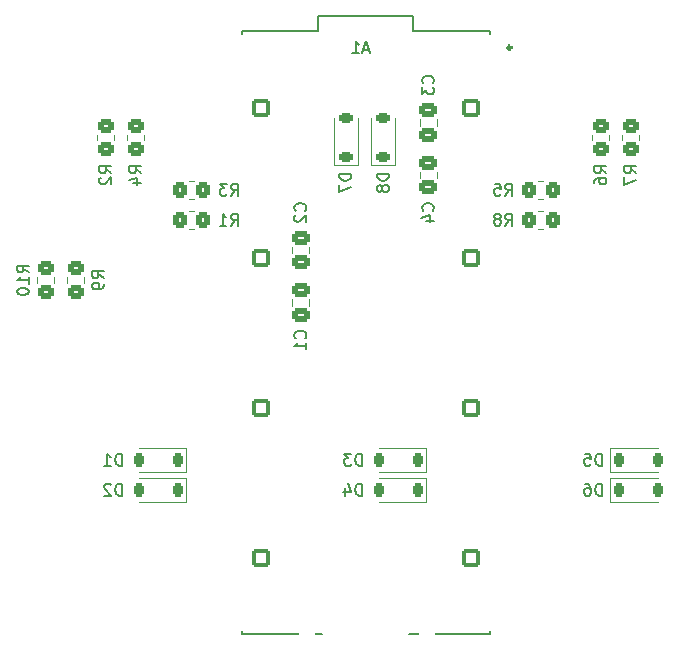
<source format=gbo>
G04 #@! TF.GenerationSoftware,KiCad,Pcbnew,7.0.2*
G04 #@! TF.CreationDate,2023-05-04T11:04:43+02:00*
G04 #@! TF.ProjectId,Macropad,4d616372-6f70-4616-942e-6b696361645f,rev?*
G04 #@! TF.SameCoordinates,Original*
G04 #@! TF.FileFunction,Legend,Bot*
G04 #@! TF.FilePolarity,Positive*
%FSLAX46Y46*%
G04 Gerber Fmt 4.6, Leading zero omitted, Abs format (unit mm)*
G04 Created by KiCad (PCBNEW 7.0.2) date 2023-05-04 11:04:43*
%MOMM*%
%LPD*%
G01*
G04 APERTURE LIST*
G04 Aperture macros list*
%AMRoundRect*
0 Rectangle with rounded corners*
0 $1 Rounding radius*
0 $2 $3 $4 $5 $6 $7 $8 $9 X,Y pos of 4 corners*
0 Add a 4 corners polygon primitive as box body*
4,1,4,$2,$3,$4,$5,$6,$7,$8,$9,$2,$3,0*
0 Add four circle primitives for the rounded corners*
1,1,$1+$1,$2,$3*
1,1,$1+$1,$4,$5*
1,1,$1+$1,$6,$7*
1,1,$1+$1,$8,$9*
0 Add four rect primitives between the rounded corners*
20,1,$1+$1,$2,$3,$4,$5,0*
20,1,$1+$1,$4,$5,$6,$7,0*
20,1,$1+$1,$6,$7,$8,$9,0*
20,1,$1+$1,$8,$9,$2,$3,0*%
G04 Aperture macros list end*
%ADD10C,0.150000*%
%ADD11C,0.120000*%
%ADD12C,0.127000*%
%ADD13C,0.300000*%
%ADD14C,1.800000*%
%ADD15C,4.875000*%
%ADD16RoundRect,0.225000X0.375000X-0.225000X0.375000X0.225000X-0.375000X0.225000X-0.375000X-0.225000X0*%
%ADD17RoundRect,0.225000X-0.225000X-0.375000X0.225000X-0.375000X0.225000X0.375000X-0.225000X0.375000X0*%
%ADD18RoundRect,0.225000X0.225000X0.375000X-0.225000X0.375000X-0.225000X-0.375000X0.225000X-0.375000X0*%
%ADD19C,1.700000*%
%ADD20C,4.000000*%
%ADD21C,2.200000*%
%ADD22C,0.700000*%
%ADD23C,4.400000*%
%ADD24RoundRect,0.250000X0.450000X-0.350000X0.450000X0.350000X-0.450000X0.350000X-0.450000X-0.350000X0*%
%ADD25RoundRect,0.250000X-0.350000X-0.450000X0.350000X-0.450000X0.350000X0.450000X-0.350000X0.450000X0*%
%ADD26RoundRect,0.250000X0.475000X-0.337500X0.475000X0.337500X-0.475000X0.337500X-0.475000X-0.337500X0*%
%ADD27RoundRect,0.250000X-0.450000X0.350000X-0.450000X-0.350000X0.450000X-0.350000X0.450000X0.350000X0*%
%ADD28RoundRect,0.250000X0.350000X0.450000X-0.350000X0.450000X-0.350000X-0.450000X0.350000X-0.450000X0*%
%ADD29C,1.600000*%
%ADD30RoundRect,0.200000X0.600000X0.600000X-0.600000X0.600000X-0.600000X-0.600000X0.600000X-0.600000X0*%
%ADD31RoundRect,0.250000X-0.475000X0.337500X-0.475000X-0.337500X0.475000X-0.337500X0.475000X0.337500X0*%
G04 APERTURE END LIST*
D10*
X72852619Y-44981905D02*
X71852619Y-44981905D01*
X71852619Y-44981905D02*
X71852619Y-45220000D01*
X71852619Y-45220000D02*
X71900238Y-45362857D01*
X71900238Y-45362857D02*
X71995476Y-45458095D01*
X71995476Y-45458095D02*
X72090714Y-45505714D01*
X72090714Y-45505714D02*
X72281190Y-45553333D01*
X72281190Y-45553333D02*
X72424047Y-45553333D01*
X72424047Y-45553333D02*
X72614523Y-45505714D01*
X72614523Y-45505714D02*
X72709761Y-45458095D01*
X72709761Y-45458095D02*
X72805000Y-45362857D01*
X72805000Y-45362857D02*
X72852619Y-45220000D01*
X72852619Y-45220000D02*
X72852619Y-44981905D01*
X72281190Y-46124762D02*
X72233571Y-46029524D01*
X72233571Y-46029524D02*
X72185952Y-45981905D01*
X72185952Y-45981905D02*
X72090714Y-45934286D01*
X72090714Y-45934286D02*
X72043095Y-45934286D01*
X72043095Y-45934286D02*
X71947857Y-45981905D01*
X71947857Y-45981905D02*
X71900238Y-46029524D01*
X71900238Y-46029524D02*
X71852619Y-46124762D01*
X71852619Y-46124762D02*
X71852619Y-46315238D01*
X71852619Y-46315238D02*
X71900238Y-46410476D01*
X71900238Y-46410476D02*
X71947857Y-46458095D01*
X71947857Y-46458095D02*
X72043095Y-46505714D01*
X72043095Y-46505714D02*
X72090714Y-46505714D01*
X72090714Y-46505714D02*
X72185952Y-46458095D01*
X72185952Y-46458095D02*
X72233571Y-46410476D01*
X72233571Y-46410476D02*
X72281190Y-46315238D01*
X72281190Y-46315238D02*
X72281190Y-46124762D01*
X72281190Y-46124762D02*
X72328809Y-46029524D01*
X72328809Y-46029524D02*
X72376428Y-45981905D01*
X72376428Y-45981905D02*
X72471666Y-45934286D01*
X72471666Y-45934286D02*
X72662142Y-45934286D01*
X72662142Y-45934286D02*
X72757380Y-45981905D01*
X72757380Y-45981905D02*
X72805000Y-46029524D01*
X72805000Y-46029524D02*
X72852619Y-46124762D01*
X72852619Y-46124762D02*
X72852619Y-46315238D01*
X72852619Y-46315238D02*
X72805000Y-46410476D01*
X72805000Y-46410476D02*
X72757380Y-46458095D01*
X72757380Y-46458095D02*
X72662142Y-46505714D01*
X72662142Y-46505714D02*
X72471666Y-46505714D01*
X72471666Y-46505714D02*
X72376428Y-46458095D01*
X72376428Y-46458095D02*
X72328809Y-46410476D01*
X72328809Y-46410476D02*
X72281190Y-46315238D01*
X69677619Y-44981905D02*
X68677619Y-44981905D01*
X68677619Y-44981905D02*
X68677619Y-45220000D01*
X68677619Y-45220000D02*
X68725238Y-45362857D01*
X68725238Y-45362857D02*
X68820476Y-45458095D01*
X68820476Y-45458095D02*
X68915714Y-45505714D01*
X68915714Y-45505714D02*
X69106190Y-45553333D01*
X69106190Y-45553333D02*
X69249047Y-45553333D01*
X69249047Y-45553333D02*
X69439523Y-45505714D01*
X69439523Y-45505714D02*
X69534761Y-45458095D01*
X69534761Y-45458095D02*
X69630000Y-45362857D01*
X69630000Y-45362857D02*
X69677619Y-45220000D01*
X69677619Y-45220000D02*
X69677619Y-44981905D01*
X68677619Y-45886667D02*
X68677619Y-46553333D01*
X68677619Y-46553333D02*
X69677619Y-46124762D01*
X90908094Y-69677619D02*
X90908094Y-68677619D01*
X90908094Y-68677619D02*
X90669999Y-68677619D01*
X90669999Y-68677619D02*
X90527142Y-68725238D01*
X90527142Y-68725238D02*
X90431904Y-68820476D01*
X90431904Y-68820476D02*
X90384285Y-68915714D01*
X90384285Y-68915714D02*
X90336666Y-69106190D01*
X90336666Y-69106190D02*
X90336666Y-69249047D01*
X90336666Y-69249047D02*
X90384285Y-69439523D01*
X90384285Y-69439523D02*
X90431904Y-69534761D01*
X90431904Y-69534761D02*
X90527142Y-69630000D01*
X90527142Y-69630000D02*
X90669999Y-69677619D01*
X90669999Y-69677619D02*
X90908094Y-69677619D01*
X89431904Y-68677619D02*
X89908094Y-68677619D01*
X89908094Y-68677619D02*
X89955713Y-69153809D01*
X89955713Y-69153809D02*
X89908094Y-69106190D01*
X89908094Y-69106190D02*
X89812856Y-69058571D01*
X89812856Y-69058571D02*
X89574761Y-69058571D01*
X89574761Y-69058571D02*
X89479523Y-69106190D01*
X89479523Y-69106190D02*
X89431904Y-69153809D01*
X89431904Y-69153809D02*
X89384285Y-69249047D01*
X89384285Y-69249047D02*
X89384285Y-69487142D01*
X89384285Y-69487142D02*
X89431904Y-69582380D01*
X89431904Y-69582380D02*
X89479523Y-69630000D01*
X89479523Y-69630000D02*
X89574761Y-69677619D01*
X89574761Y-69677619D02*
X89812856Y-69677619D01*
X89812856Y-69677619D02*
X89908094Y-69630000D01*
X89908094Y-69630000D02*
X89955713Y-69582380D01*
X90908094Y-72217619D02*
X90908094Y-71217619D01*
X90908094Y-71217619D02*
X90669999Y-71217619D01*
X90669999Y-71217619D02*
X90527142Y-71265238D01*
X90527142Y-71265238D02*
X90431904Y-71360476D01*
X90431904Y-71360476D02*
X90384285Y-71455714D01*
X90384285Y-71455714D02*
X90336666Y-71646190D01*
X90336666Y-71646190D02*
X90336666Y-71789047D01*
X90336666Y-71789047D02*
X90384285Y-71979523D01*
X90384285Y-71979523D02*
X90431904Y-72074761D01*
X90431904Y-72074761D02*
X90527142Y-72170000D01*
X90527142Y-72170000D02*
X90669999Y-72217619D01*
X90669999Y-72217619D02*
X90908094Y-72217619D01*
X89479523Y-71217619D02*
X89669999Y-71217619D01*
X89669999Y-71217619D02*
X89765237Y-71265238D01*
X89765237Y-71265238D02*
X89812856Y-71312857D01*
X89812856Y-71312857D02*
X89908094Y-71455714D01*
X89908094Y-71455714D02*
X89955713Y-71646190D01*
X89955713Y-71646190D02*
X89955713Y-72027142D01*
X89955713Y-72027142D02*
X89908094Y-72122380D01*
X89908094Y-72122380D02*
X89860475Y-72170000D01*
X89860475Y-72170000D02*
X89765237Y-72217619D01*
X89765237Y-72217619D02*
X89574761Y-72217619D01*
X89574761Y-72217619D02*
X89479523Y-72170000D01*
X89479523Y-72170000D02*
X89431904Y-72122380D01*
X89431904Y-72122380D02*
X89384285Y-72027142D01*
X89384285Y-72027142D02*
X89384285Y-71789047D01*
X89384285Y-71789047D02*
X89431904Y-71693809D01*
X89431904Y-71693809D02*
X89479523Y-71646190D01*
X89479523Y-71646190D02*
X89574761Y-71598571D01*
X89574761Y-71598571D02*
X89765237Y-71598571D01*
X89765237Y-71598571D02*
X89860475Y-71646190D01*
X89860475Y-71646190D02*
X89908094Y-71693809D01*
X89908094Y-71693809D02*
X89955713Y-71789047D01*
X70588094Y-72217619D02*
X70588094Y-71217619D01*
X70588094Y-71217619D02*
X70349999Y-71217619D01*
X70349999Y-71217619D02*
X70207142Y-71265238D01*
X70207142Y-71265238D02*
X70111904Y-71360476D01*
X70111904Y-71360476D02*
X70064285Y-71455714D01*
X70064285Y-71455714D02*
X70016666Y-71646190D01*
X70016666Y-71646190D02*
X70016666Y-71789047D01*
X70016666Y-71789047D02*
X70064285Y-71979523D01*
X70064285Y-71979523D02*
X70111904Y-72074761D01*
X70111904Y-72074761D02*
X70207142Y-72170000D01*
X70207142Y-72170000D02*
X70349999Y-72217619D01*
X70349999Y-72217619D02*
X70588094Y-72217619D01*
X69159523Y-71550952D02*
X69159523Y-72217619D01*
X69397618Y-71170000D02*
X69635713Y-71884285D01*
X69635713Y-71884285D02*
X69016666Y-71884285D01*
X70588094Y-69677619D02*
X70588094Y-68677619D01*
X70588094Y-68677619D02*
X70349999Y-68677619D01*
X70349999Y-68677619D02*
X70207142Y-68725238D01*
X70207142Y-68725238D02*
X70111904Y-68820476D01*
X70111904Y-68820476D02*
X70064285Y-68915714D01*
X70064285Y-68915714D02*
X70016666Y-69106190D01*
X70016666Y-69106190D02*
X70016666Y-69249047D01*
X70016666Y-69249047D02*
X70064285Y-69439523D01*
X70064285Y-69439523D02*
X70111904Y-69534761D01*
X70111904Y-69534761D02*
X70207142Y-69630000D01*
X70207142Y-69630000D02*
X70349999Y-69677619D01*
X70349999Y-69677619D02*
X70588094Y-69677619D01*
X69683332Y-68677619D02*
X69064285Y-68677619D01*
X69064285Y-68677619D02*
X69397618Y-69058571D01*
X69397618Y-69058571D02*
X69254761Y-69058571D01*
X69254761Y-69058571D02*
X69159523Y-69106190D01*
X69159523Y-69106190D02*
X69111904Y-69153809D01*
X69111904Y-69153809D02*
X69064285Y-69249047D01*
X69064285Y-69249047D02*
X69064285Y-69487142D01*
X69064285Y-69487142D02*
X69111904Y-69582380D01*
X69111904Y-69582380D02*
X69159523Y-69630000D01*
X69159523Y-69630000D02*
X69254761Y-69677619D01*
X69254761Y-69677619D02*
X69540475Y-69677619D01*
X69540475Y-69677619D02*
X69635713Y-69630000D01*
X69635713Y-69630000D02*
X69683332Y-69582380D01*
X50268094Y-72217619D02*
X50268094Y-71217619D01*
X50268094Y-71217619D02*
X50029999Y-71217619D01*
X50029999Y-71217619D02*
X49887142Y-71265238D01*
X49887142Y-71265238D02*
X49791904Y-71360476D01*
X49791904Y-71360476D02*
X49744285Y-71455714D01*
X49744285Y-71455714D02*
X49696666Y-71646190D01*
X49696666Y-71646190D02*
X49696666Y-71789047D01*
X49696666Y-71789047D02*
X49744285Y-71979523D01*
X49744285Y-71979523D02*
X49791904Y-72074761D01*
X49791904Y-72074761D02*
X49887142Y-72170000D01*
X49887142Y-72170000D02*
X50029999Y-72217619D01*
X50029999Y-72217619D02*
X50268094Y-72217619D01*
X49315713Y-71312857D02*
X49268094Y-71265238D01*
X49268094Y-71265238D02*
X49172856Y-71217619D01*
X49172856Y-71217619D02*
X48934761Y-71217619D01*
X48934761Y-71217619D02*
X48839523Y-71265238D01*
X48839523Y-71265238D02*
X48791904Y-71312857D01*
X48791904Y-71312857D02*
X48744285Y-71408095D01*
X48744285Y-71408095D02*
X48744285Y-71503333D01*
X48744285Y-71503333D02*
X48791904Y-71646190D01*
X48791904Y-71646190D02*
X49363332Y-72217619D01*
X49363332Y-72217619D02*
X48744285Y-72217619D01*
X50268094Y-69677619D02*
X50268094Y-68677619D01*
X50268094Y-68677619D02*
X50029999Y-68677619D01*
X50029999Y-68677619D02*
X49887142Y-68725238D01*
X49887142Y-68725238D02*
X49791904Y-68820476D01*
X49791904Y-68820476D02*
X49744285Y-68915714D01*
X49744285Y-68915714D02*
X49696666Y-69106190D01*
X49696666Y-69106190D02*
X49696666Y-69249047D01*
X49696666Y-69249047D02*
X49744285Y-69439523D01*
X49744285Y-69439523D02*
X49791904Y-69534761D01*
X49791904Y-69534761D02*
X49887142Y-69630000D01*
X49887142Y-69630000D02*
X50029999Y-69677619D01*
X50029999Y-69677619D02*
X50268094Y-69677619D01*
X48744285Y-69677619D02*
X49315713Y-69677619D01*
X49029999Y-69677619D02*
X49029999Y-68677619D01*
X49029999Y-68677619D02*
X49125237Y-68820476D01*
X49125237Y-68820476D02*
X49220475Y-68915714D01*
X49220475Y-68915714D02*
X49315713Y-68963333D01*
X48722619Y-53808333D02*
X48246428Y-53475000D01*
X48722619Y-53236905D02*
X47722619Y-53236905D01*
X47722619Y-53236905D02*
X47722619Y-53617857D01*
X47722619Y-53617857D02*
X47770238Y-53713095D01*
X47770238Y-53713095D02*
X47817857Y-53760714D01*
X47817857Y-53760714D02*
X47913095Y-53808333D01*
X47913095Y-53808333D02*
X48055952Y-53808333D01*
X48055952Y-53808333D02*
X48151190Y-53760714D01*
X48151190Y-53760714D02*
X48198809Y-53713095D01*
X48198809Y-53713095D02*
X48246428Y-53617857D01*
X48246428Y-53617857D02*
X48246428Y-53236905D01*
X48722619Y-54284524D02*
X48722619Y-54475000D01*
X48722619Y-54475000D02*
X48675000Y-54570238D01*
X48675000Y-54570238D02*
X48627380Y-54617857D01*
X48627380Y-54617857D02*
X48484523Y-54713095D01*
X48484523Y-54713095D02*
X48294047Y-54760714D01*
X48294047Y-54760714D02*
X47913095Y-54760714D01*
X47913095Y-54760714D02*
X47817857Y-54713095D01*
X47817857Y-54713095D02*
X47770238Y-54665476D01*
X47770238Y-54665476D02*
X47722619Y-54570238D01*
X47722619Y-54570238D02*
X47722619Y-54379762D01*
X47722619Y-54379762D02*
X47770238Y-54284524D01*
X47770238Y-54284524D02*
X47817857Y-54236905D01*
X47817857Y-54236905D02*
X47913095Y-54189286D01*
X47913095Y-54189286D02*
X48151190Y-54189286D01*
X48151190Y-54189286D02*
X48246428Y-54236905D01*
X48246428Y-54236905D02*
X48294047Y-54284524D01*
X48294047Y-54284524D02*
X48341666Y-54379762D01*
X48341666Y-54379762D02*
X48341666Y-54570238D01*
X48341666Y-54570238D02*
X48294047Y-54665476D01*
X48294047Y-54665476D02*
X48246428Y-54713095D01*
X48246428Y-54713095D02*
X48151190Y-54760714D01*
X59491666Y-46817619D02*
X59824999Y-46341428D01*
X60063094Y-46817619D02*
X60063094Y-45817619D01*
X60063094Y-45817619D02*
X59682142Y-45817619D01*
X59682142Y-45817619D02*
X59586904Y-45865238D01*
X59586904Y-45865238D02*
X59539285Y-45912857D01*
X59539285Y-45912857D02*
X59491666Y-46008095D01*
X59491666Y-46008095D02*
X59491666Y-46150952D01*
X59491666Y-46150952D02*
X59539285Y-46246190D01*
X59539285Y-46246190D02*
X59586904Y-46293809D01*
X59586904Y-46293809D02*
X59682142Y-46341428D01*
X59682142Y-46341428D02*
X60063094Y-46341428D01*
X59158332Y-45817619D02*
X58539285Y-45817619D01*
X58539285Y-45817619D02*
X58872618Y-46198571D01*
X58872618Y-46198571D02*
X58729761Y-46198571D01*
X58729761Y-46198571D02*
X58634523Y-46246190D01*
X58634523Y-46246190D02*
X58586904Y-46293809D01*
X58586904Y-46293809D02*
X58539285Y-46389047D01*
X58539285Y-46389047D02*
X58539285Y-46627142D01*
X58539285Y-46627142D02*
X58586904Y-46722380D01*
X58586904Y-46722380D02*
X58634523Y-46770000D01*
X58634523Y-46770000D02*
X58729761Y-46817619D01*
X58729761Y-46817619D02*
X59015475Y-46817619D01*
X59015475Y-46817619D02*
X59110713Y-46770000D01*
X59110713Y-46770000D02*
X59158332Y-46722380D01*
X76567380Y-48093333D02*
X76615000Y-48045714D01*
X76615000Y-48045714D02*
X76662619Y-47902857D01*
X76662619Y-47902857D02*
X76662619Y-47807619D01*
X76662619Y-47807619D02*
X76615000Y-47664762D01*
X76615000Y-47664762D02*
X76519761Y-47569524D01*
X76519761Y-47569524D02*
X76424523Y-47521905D01*
X76424523Y-47521905D02*
X76234047Y-47474286D01*
X76234047Y-47474286D02*
X76091190Y-47474286D01*
X76091190Y-47474286D02*
X75900714Y-47521905D01*
X75900714Y-47521905D02*
X75805476Y-47569524D01*
X75805476Y-47569524D02*
X75710238Y-47664762D01*
X75710238Y-47664762D02*
X75662619Y-47807619D01*
X75662619Y-47807619D02*
X75662619Y-47902857D01*
X75662619Y-47902857D02*
X75710238Y-48045714D01*
X75710238Y-48045714D02*
X75757857Y-48093333D01*
X75995952Y-48950476D02*
X76662619Y-48950476D01*
X75615000Y-48712381D02*
X76329285Y-48474286D01*
X76329285Y-48474286D02*
X76329285Y-49093333D01*
X93807619Y-44918333D02*
X93331428Y-44585000D01*
X93807619Y-44346905D02*
X92807619Y-44346905D01*
X92807619Y-44346905D02*
X92807619Y-44727857D01*
X92807619Y-44727857D02*
X92855238Y-44823095D01*
X92855238Y-44823095D02*
X92902857Y-44870714D01*
X92902857Y-44870714D02*
X92998095Y-44918333D01*
X92998095Y-44918333D02*
X93140952Y-44918333D01*
X93140952Y-44918333D02*
X93236190Y-44870714D01*
X93236190Y-44870714D02*
X93283809Y-44823095D01*
X93283809Y-44823095D02*
X93331428Y-44727857D01*
X93331428Y-44727857D02*
X93331428Y-44346905D01*
X92807619Y-45251667D02*
X92807619Y-45918333D01*
X92807619Y-45918333D02*
X93807619Y-45489762D01*
X82716666Y-49357619D02*
X83049999Y-48881428D01*
X83288094Y-49357619D02*
X83288094Y-48357619D01*
X83288094Y-48357619D02*
X82907142Y-48357619D01*
X82907142Y-48357619D02*
X82811904Y-48405238D01*
X82811904Y-48405238D02*
X82764285Y-48452857D01*
X82764285Y-48452857D02*
X82716666Y-48548095D01*
X82716666Y-48548095D02*
X82716666Y-48690952D01*
X82716666Y-48690952D02*
X82764285Y-48786190D01*
X82764285Y-48786190D02*
X82811904Y-48833809D01*
X82811904Y-48833809D02*
X82907142Y-48881428D01*
X82907142Y-48881428D02*
X83288094Y-48881428D01*
X82145237Y-48786190D02*
X82240475Y-48738571D01*
X82240475Y-48738571D02*
X82288094Y-48690952D01*
X82288094Y-48690952D02*
X82335713Y-48595714D01*
X82335713Y-48595714D02*
X82335713Y-48548095D01*
X82335713Y-48548095D02*
X82288094Y-48452857D01*
X82288094Y-48452857D02*
X82240475Y-48405238D01*
X82240475Y-48405238D02*
X82145237Y-48357619D01*
X82145237Y-48357619D02*
X81954761Y-48357619D01*
X81954761Y-48357619D02*
X81859523Y-48405238D01*
X81859523Y-48405238D02*
X81811904Y-48452857D01*
X81811904Y-48452857D02*
X81764285Y-48548095D01*
X81764285Y-48548095D02*
X81764285Y-48595714D01*
X81764285Y-48595714D02*
X81811904Y-48690952D01*
X81811904Y-48690952D02*
X81859523Y-48738571D01*
X81859523Y-48738571D02*
X81954761Y-48786190D01*
X81954761Y-48786190D02*
X82145237Y-48786190D01*
X82145237Y-48786190D02*
X82240475Y-48833809D01*
X82240475Y-48833809D02*
X82288094Y-48881428D01*
X82288094Y-48881428D02*
X82335713Y-48976666D01*
X82335713Y-48976666D02*
X82335713Y-49167142D01*
X82335713Y-49167142D02*
X82288094Y-49262380D01*
X82288094Y-49262380D02*
X82240475Y-49310000D01*
X82240475Y-49310000D02*
X82145237Y-49357619D01*
X82145237Y-49357619D02*
X81954761Y-49357619D01*
X81954761Y-49357619D02*
X81859523Y-49310000D01*
X81859523Y-49310000D02*
X81811904Y-49262380D01*
X81811904Y-49262380D02*
X81764285Y-49167142D01*
X81764285Y-49167142D02*
X81764285Y-48976666D01*
X81764285Y-48976666D02*
X81811904Y-48881428D01*
X81811904Y-48881428D02*
X81859523Y-48833809D01*
X81859523Y-48833809D02*
X81954761Y-48786190D01*
X59491666Y-49357619D02*
X59824999Y-48881428D01*
X60063094Y-49357619D02*
X60063094Y-48357619D01*
X60063094Y-48357619D02*
X59682142Y-48357619D01*
X59682142Y-48357619D02*
X59586904Y-48405238D01*
X59586904Y-48405238D02*
X59539285Y-48452857D01*
X59539285Y-48452857D02*
X59491666Y-48548095D01*
X59491666Y-48548095D02*
X59491666Y-48690952D01*
X59491666Y-48690952D02*
X59539285Y-48786190D01*
X59539285Y-48786190D02*
X59586904Y-48833809D01*
X59586904Y-48833809D02*
X59682142Y-48881428D01*
X59682142Y-48881428D02*
X60063094Y-48881428D01*
X58539285Y-49357619D02*
X59110713Y-49357619D01*
X58824999Y-49357619D02*
X58824999Y-48357619D01*
X58824999Y-48357619D02*
X58920237Y-48500476D01*
X58920237Y-48500476D02*
X59015475Y-48595714D01*
X59015475Y-48595714D02*
X59110713Y-48643333D01*
X71199285Y-34466904D02*
X70723095Y-34466904D01*
X71294523Y-34752619D02*
X70961190Y-33752619D01*
X70961190Y-33752619D02*
X70627857Y-34752619D01*
X69770714Y-34752619D02*
X70342142Y-34752619D01*
X70056428Y-34752619D02*
X70056428Y-33752619D01*
X70056428Y-33752619D02*
X70151666Y-33895476D01*
X70151666Y-33895476D02*
X70246904Y-33990714D01*
X70246904Y-33990714D02*
X70342142Y-34038333D01*
X82716666Y-46817619D02*
X83049999Y-46341428D01*
X83288094Y-46817619D02*
X83288094Y-45817619D01*
X83288094Y-45817619D02*
X82907142Y-45817619D01*
X82907142Y-45817619D02*
X82811904Y-45865238D01*
X82811904Y-45865238D02*
X82764285Y-45912857D01*
X82764285Y-45912857D02*
X82716666Y-46008095D01*
X82716666Y-46008095D02*
X82716666Y-46150952D01*
X82716666Y-46150952D02*
X82764285Y-46246190D01*
X82764285Y-46246190D02*
X82811904Y-46293809D01*
X82811904Y-46293809D02*
X82907142Y-46341428D01*
X82907142Y-46341428D02*
X83288094Y-46341428D01*
X81811904Y-45817619D02*
X82288094Y-45817619D01*
X82288094Y-45817619D02*
X82335713Y-46293809D01*
X82335713Y-46293809D02*
X82288094Y-46246190D01*
X82288094Y-46246190D02*
X82192856Y-46198571D01*
X82192856Y-46198571D02*
X81954761Y-46198571D01*
X81954761Y-46198571D02*
X81859523Y-46246190D01*
X81859523Y-46246190D02*
X81811904Y-46293809D01*
X81811904Y-46293809D02*
X81764285Y-46389047D01*
X81764285Y-46389047D02*
X81764285Y-46627142D01*
X81764285Y-46627142D02*
X81811904Y-46722380D01*
X81811904Y-46722380D02*
X81859523Y-46770000D01*
X81859523Y-46770000D02*
X81954761Y-46817619D01*
X81954761Y-46817619D02*
X82192856Y-46817619D01*
X82192856Y-46817619D02*
X82288094Y-46770000D01*
X82288094Y-46770000D02*
X82335713Y-46722380D01*
X51897619Y-44918333D02*
X51421428Y-44585000D01*
X51897619Y-44346905D02*
X50897619Y-44346905D01*
X50897619Y-44346905D02*
X50897619Y-44727857D01*
X50897619Y-44727857D02*
X50945238Y-44823095D01*
X50945238Y-44823095D02*
X50992857Y-44870714D01*
X50992857Y-44870714D02*
X51088095Y-44918333D01*
X51088095Y-44918333D02*
X51230952Y-44918333D01*
X51230952Y-44918333D02*
X51326190Y-44870714D01*
X51326190Y-44870714D02*
X51373809Y-44823095D01*
X51373809Y-44823095D02*
X51421428Y-44727857D01*
X51421428Y-44727857D02*
X51421428Y-44346905D01*
X51230952Y-45775476D02*
X51897619Y-45775476D01*
X50850000Y-45537381D02*
X51564285Y-45299286D01*
X51564285Y-45299286D02*
X51564285Y-45918333D01*
X76567380Y-37298333D02*
X76615000Y-37250714D01*
X76615000Y-37250714D02*
X76662619Y-37107857D01*
X76662619Y-37107857D02*
X76662619Y-37012619D01*
X76662619Y-37012619D02*
X76615000Y-36869762D01*
X76615000Y-36869762D02*
X76519761Y-36774524D01*
X76519761Y-36774524D02*
X76424523Y-36726905D01*
X76424523Y-36726905D02*
X76234047Y-36679286D01*
X76234047Y-36679286D02*
X76091190Y-36679286D01*
X76091190Y-36679286D02*
X75900714Y-36726905D01*
X75900714Y-36726905D02*
X75805476Y-36774524D01*
X75805476Y-36774524D02*
X75710238Y-36869762D01*
X75710238Y-36869762D02*
X75662619Y-37012619D01*
X75662619Y-37012619D02*
X75662619Y-37107857D01*
X75662619Y-37107857D02*
X75710238Y-37250714D01*
X75710238Y-37250714D02*
X75757857Y-37298333D01*
X75662619Y-37631667D02*
X75662619Y-38250714D01*
X75662619Y-38250714D02*
X76043571Y-37917381D01*
X76043571Y-37917381D02*
X76043571Y-38060238D01*
X76043571Y-38060238D02*
X76091190Y-38155476D01*
X76091190Y-38155476D02*
X76138809Y-38203095D01*
X76138809Y-38203095D02*
X76234047Y-38250714D01*
X76234047Y-38250714D02*
X76472142Y-38250714D01*
X76472142Y-38250714D02*
X76567380Y-38203095D01*
X76567380Y-38203095D02*
X76615000Y-38155476D01*
X76615000Y-38155476D02*
X76662619Y-38060238D01*
X76662619Y-38060238D02*
X76662619Y-37774524D01*
X76662619Y-37774524D02*
X76615000Y-37679286D01*
X76615000Y-37679286D02*
X76567380Y-37631667D01*
X49357619Y-44918333D02*
X48881428Y-44585000D01*
X49357619Y-44346905D02*
X48357619Y-44346905D01*
X48357619Y-44346905D02*
X48357619Y-44727857D01*
X48357619Y-44727857D02*
X48405238Y-44823095D01*
X48405238Y-44823095D02*
X48452857Y-44870714D01*
X48452857Y-44870714D02*
X48548095Y-44918333D01*
X48548095Y-44918333D02*
X48690952Y-44918333D01*
X48690952Y-44918333D02*
X48786190Y-44870714D01*
X48786190Y-44870714D02*
X48833809Y-44823095D01*
X48833809Y-44823095D02*
X48881428Y-44727857D01*
X48881428Y-44727857D02*
X48881428Y-44346905D01*
X48452857Y-45299286D02*
X48405238Y-45346905D01*
X48405238Y-45346905D02*
X48357619Y-45442143D01*
X48357619Y-45442143D02*
X48357619Y-45680238D01*
X48357619Y-45680238D02*
X48405238Y-45775476D01*
X48405238Y-45775476D02*
X48452857Y-45823095D01*
X48452857Y-45823095D02*
X48548095Y-45870714D01*
X48548095Y-45870714D02*
X48643333Y-45870714D01*
X48643333Y-45870714D02*
X48786190Y-45823095D01*
X48786190Y-45823095D02*
X49357619Y-45251667D01*
X49357619Y-45251667D02*
X49357619Y-45870714D01*
X65772380Y-48093333D02*
X65820000Y-48045714D01*
X65820000Y-48045714D02*
X65867619Y-47902857D01*
X65867619Y-47902857D02*
X65867619Y-47807619D01*
X65867619Y-47807619D02*
X65820000Y-47664762D01*
X65820000Y-47664762D02*
X65724761Y-47569524D01*
X65724761Y-47569524D02*
X65629523Y-47521905D01*
X65629523Y-47521905D02*
X65439047Y-47474286D01*
X65439047Y-47474286D02*
X65296190Y-47474286D01*
X65296190Y-47474286D02*
X65105714Y-47521905D01*
X65105714Y-47521905D02*
X65010476Y-47569524D01*
X65010476Y-47569524D02*
X64915238Y-47664762D01*
X64915238Y-47664762D02*
X64867619Y-47807619D01*
X64867619Y-47807619D02*
X64867619Y-47902857D01*
X64867619Y-47902857D02*
X64915238Y-48045714D01*
X64915238Y-48045714D02*
X64962857Y-48093333D01*
X64962857Y-48474286D02*
X64915238Y-48521905D01*
X64915238Y-48521905D02*
X64867619Y-48617143D01*
X64867619Y-48617143D02*
X64867619Y-48855238D01*
X64867619Y-48855238D02*
X64915238Y-48950476D01*
X64915238Y-48950476D02*
X64962857Y-48998095D01*
X64962857Y-48998095D02*
X65058095Y-49045714D01*
X65058095Y-49045714D02*
X65153333Y-49045714D01*
X65153333Y-49045714D02*
X65296190Y-48998095D01*
X65296190Y-48998095D02*
X65867619Y-48426667D01*
X65867619Y-48426667D02*
X65867619Y-49045714D01*
X42372619Y-53332142D02*
X41896428Y-52998809D01*
X42372619Y-52760714D02*
X41372619Y-52760714D01*
X41372619Y-52760714D02*
X41372619Y-53141666D01*
X41372619Y-53141666D02*
X41420238Y-53236904D01*
X41420238Y-53236904D02*
X41467857Y-53284523D01*
X41467857Y-53284523D02*
X41563095Y-53332142D01*
X41563095Y-53332142D02*
X41705952Y-53332142D01*
X41705952Y-53332142D02*
X41801190Y-53284523D01*
X41801190Y-53284523D02*
X41848809Y-53236904D01*
X41848809Y-53236904D02*
X41896428Y-53141666D01*
X41896428Y-53141666D02*
X41896428Y-52760714D01*
X42372619Y-54284523D02*
X42372619Y-53713095D01*
X42372619Y-53998809D02*
X41372619Y-53998809D01*
X41372619Y-53998809D02*
X41515476Y-53903571D01*
X41515476Y-53903571D02*
X41610714Y-53808333D01*
X41610714Y-53808333D02*
X41658333Y-53713095D01*
X41372619Y-54903571D02*
X41372619Y-54998809D01*
X41372619Y-54998809D02*
X41420238Y-55094047D01*
X41420238Y-55094047D02*
X41467857Y-55141666D01*
X41467857Y-55141666D02*
X41563095Y-55189285D01*
X41563095Y-55189285D02*
X41753571Y-55236904D01*
X41753571Y-55236904D02*
X41991666Y-55236904D01*
X41991666Y-55236904D02*
X42182142Y-55189285D01*
X42182142Y-55189285D02*
X42277380Y-55141666D01*
X42277380Y-55141666D02*
X42325000Y-55094047D01*
X42325000Y-55094047D02*
X42372619Y-54998809D01*
X42372619Y-54998809D02*
X42372619Y-54903571D01*
X42372619Y-54903571D02*
X42325000Y-54808333D01*
X42325000Y-54808333D02*
X42277380Y-54760714D01*
X42277380Y-54760714D02*
X42182142Y-54713095D01*
X42182142Y-54713095D02*
X41991666Y-54665476D01*
X41991666Y-54665476D02*
X41753571Y-54665476D01*
X41753571Y-54665476D02*
X41563095Y-54713095D01*
X41563095Y-54713095D02*
X41467857Y-54760714D01*
X41467857Y-54760714D02*
X41420238Y-54808333D01*
X41420238Y-54808333D02*
X41372619Y-54903571D01*
X65772380Y-58888333D02*
X65820000Y-58840714D01*
X65820000Y-58840714D02*
X65867619Y-58697857D01*
X65867619Y-58697857D02*
X65867619Y-58602619D01*
X65867619Y-58602619D02*
X65820000Y-58459762D01*
X65820000Y-58459762D02*
X65724761Y-58364524D01*
X65724761Y-58364524D02*
X65629523Y-58316905D01*
X65629523Y-58316905D02*
X65439047Y-58269286D01*
X65439047Y-58269286D02*
X65296190Y-58269286D01*
X65296190Y-58269286D02*
X65105714Y-58316905D01*
X65105714Y-58316905D02*
X65010476Y-58364524D01*
X65010476Y-58364524D02*
X64915238Y-58459762D01*
X64915238Y-58459762D02*
X64867619Y-58602619D01*
X64867619Y-58602619D02*
X64867619Y-58697857D01*
X64867619Y-58697857D02*
X64915238Y-58840714D01*
X64915238Y-58840714D02*
X64962857Y-58888333D01*
X65867619Y-59840714D02*
X65867619Y-59269286D01*
X65867619Y-59555000D02*
X64867619Y-59555000D01*
X64867619Y-59555000D02*
X65010476Y-59459762D01*
X65010476Y-59459762D02*
X65105714Y-59364524D01*
X65105714Y-59364524D02*
X65153333Y-59269286D01*
X91267619Y-44918333D02*
X90791428Y-44585000D01*
X91267619Y-44346905D02*
X90267619Y-44346905D01*
X90267619Y-44346905D02*
X90267619Y-44727857D01*
X90267619Y-44727857D02*
X90315238Y-44823095D01*
X90315238Y-44823095D02*
X90362857Y-44870714D01*
X90362857Y-44870714D02*
X90458095Y-44918333D01*
X90458095Y-44918333D02*
X90600952Y-44918333D01*
X90600952Y-44918333D02*
X90696190Y-44870714D01*
X90696190Y-44870714D02*
X90743809Y-44823095D01*
X90743809Y-44823095D02*
X90791428Y-44727857D01*
X90791428Y-44727857D02*
X90791428Y-44346905D01*
X90267619Y-45775476D02*
X90267619Y-45585000D01*
X90267619Y-45585000D02*
X90315238Y-45489762D01*
X90315238Y-45489762D02*
X90362857Y-45442143D01*
X90362857Y-45442143D02*
X90505714Y-45346905D01*
X90505714Y-45346905D02*
X90696190Y-45299286D01*
X90696190Y-45299286D02*
X91077142Y-45299286D01*
X91077142Y-45299286D02*
X91172380Y-45346905D01*
X91172380Y-45346905D02*
X91220000Y-45394524D01*
X91220000Y-45394524D02*
X91267619Y-45489762D01*
X91267619Y-45489762D02*
X91267619Y-45680238D01*
X91267619Y-45680238D02*
X91220000Y-45775476D01*
X91220000Y-45775476D02*
X91172380Y-45823095D01*
X91172380Y-45823095D02*
X91077142Y-45870714D01*
X91077142Y-45870714D02*
X90839047Y-45870714D01*
X90839047Y-45870714D02*
X90743809Y-45823095D01*
X90743809Y-45823095D02*
X90696190Y-45775476D01*
X90696190Y-45775476D02*
X90648571Y-45680238D01*
X90648571Y-45680238D02*
X90648571Y-45489762D01*
X90648571Y-45489762D02*
X90696190Y-45394524D01*
X90696190Y-45394524D02*
X90743809Y-45346905D01*
X90743809Y-45346905D02*
X90839047Y-45299286D01*
D11*
X71390000Y-44270000D02*
X71390000Y-40260000D01*
X73390000Y-44270000D02*
X73390000Y-40260000D01*
X73390000Y-44270000D02*
X71390000Y-44270000D01*
X68215000Y-44270000D02*
X68215000Y-40260000D01*
X70215000Y-44270000D02*
X70215000Y-40260000D01*
X70215000Y-44270000D02*
X68215000Y-44270000D01*
X91620000Y-68215000D02*
X95630000Y-68215000D01*
X91620000Y-70215000D02*
X95630000Y-70215000D01*
X91620000Y-70215000D02*
X91620000Y-68215000D01*
X91620000Y-70755000D02*
X95630000Y-70755000D01*
X91620000Y-72755000D02*
X95630000Y-72755000D01*
X91620000Y-72755000D02*
X91620000Y-70755000D01*
X76020000Y-72755000D02*
X72010000Y-72755000D01*
X76020000Y-70755000D02*
X72010000Y-70755000D01*
X76020000Y-70755000D02*
X76020000Y-72755000D01*
X76020000Y-70215000D02*
X72010000Y-70215000D01*
X76020000Y-68215000D02*
X72010000Y-68215000D01*
X76020000Y-68215000D02*
X76020000Y-70215000D01*
X55700000Y-72755000D02*
X51690000Y-72755000D01*
X55700000Y-70755000D02*
X51690000Y-70755000D01*
X55700000Y-70755000D02*
X55700000Y-72755000D01*
X55700000Y-70215000D02*
X51690000Y-70215000D01*
X55700000Y-68215000D02*
X51690000Y-68215000D01*
X55700000Y-68215000D02*
X55700000Y-70215000D01*
X45620000Y-54202064D02*
X45620000Y-53747936D01*
X47090000Y-54202064D02*
X47090000Y-53747936D01*
X55922936Y-45620000D02*
X56377064Y-45620000D01*
X55922936Y-47090000D02*
X56377064Y-47090000D01*
X75465000Y-45346252D02*
X75465000Y-44823748D01*
X76935000Y-45346252D02*
X76935000Y-44823748D01*
X94080000Y-41682936D02*
X94080000Y-42137064D01*
X92610000Y-41682936D02*
X92610000Y-42137064D01*
X85952064Y-49630000D02*
X85497936Y-49630000D01*
X85952064Y-48160000D02*
X85497936Y-48160000D01*
X56377064Y-49630000D02*
X55922936Y-49630000D01*
X56377064Y-48160000D02*
X55922936Y-48160000D01*
D12*
X81390000Y-83920000D02*
X81390000Y-83670000D01*
X81390000Y-33170000D02*
X81390000Y-32920000D01*
X81390000Y-32920000D02*
X74890000Y-32920000D01*
X74890000Y-32920000D02*
X74890000Y-31620000D01*
X74890000Y-31620000D02*
X66890000Y-31620000D01*
X74550000Y-83920000D02*
X81390000Y-83920000D01*
X66890000Y-32920000D02*
X60390000Y-32920000D01*
X66890000Y-31620000D02*
X66890000Y-32920000D01*
X60390000Y-83920000D02*
X67230000Y-83920000D01*
X60390000Y-83920000D02*
X60390000Y-83670000D01*
X60390000Y-32920000D02*
X60390000Y-33170000D01*
D13*
X83230000Y-34290000D02*
G75*
G03*
X83230000Y-34290000I-150000J0D01*
G01*
D11*
X85497936Y-45620000D02*
X85952064Y-45620000D01*
X85497936Y-47090000D02*
X85952064Y-47090000D01*
X52170000Y-41682936D02*
X52170000Y-42137064D01*
X50700000Y-41682936D02*
X50700000Y-42137064D01*
X75465000Y-40901252D02*
X75465000Y-40378748D01*
X76935000Y-40901252D02*
X76935000Y-40378748D01*
X48160000Y-42137064D02*
X48160000Y-41682936D01*
X49630000Y-42137064D02*
X49630000Y-41682936D01*
X66140000Y-51173748D02*
X66140000Y-51696252D01*
X64670000Y-51173748D02*
X64670000Y-51696252D01*
X43080000Y-54202064D02*
X43080000Y-53747936D01*
X44550000Y-54202064D02*
X44550000Y-53747936D01*
X66140000Y-55618748D02*
X66140000Y-56141252D01*
X64670000Y-55618748D02*
X64670000Y-56141252D01*
X90070000Y-42137064D02*
X90070000Y-41682936D01*
X91540000Y-42137064D02*
X91540000Y-41682936D01*
%LPC*%
D14*
X89500000Y-34900000D03*
X94500000Y-34900000D03*
X89500000Y-49400000D03*
X94500000Y-49400000D03*
X92000000Y-49400000D03*
D15*
X97600000Y-41900000D03*
X86400000Y-41900000D03*
D14*
X47500000Y-34900000D03*
X52500000Y-34900000D03*
X47500000Y-49400000D03*
X52500000Y-49400000D03*
X50000000Y-49400000D03*
D15*
X55600000Y-41900000D03*
X44400000Y-41900000D03*
D16*
X72390000Y-43560000D03*
X72390000Y-40260000D03*
X69215000Y-43560000D03*
X69215000Y-40260000D03*
D17*
X92330000Y-69215000D03*
X95630000Y-69215000D03*
X92330000Y-71755000D03*
X95630000Y-71755000D03*
D18*
X75310000Y-71755000D03*
X72010000Y-71755000D03*
X75310000Y-69215000D03*
X72010000Y-69215000D03*
X54990000Y-71755000D03*
X51690000Y-71755000D03*
X54990000Y-69215000D03*
X51690000Y-69215000D03*
D19*
X86320000Y-63000000D03*
D20*
X91400000Y-63000000D03*
D19*
X96480000Y-63000000D03*
D21*
X93940000Y-57920000D03*
X87590000Y-60460000D03*
D22*
X79350000Y-88750000D03*
X79833274Y-87583274D03*
X79833274Y-89916726D03*
X81000000Y-87100000D03*
D23*
X81000000Y-88750000D03*
D22*
X81000000Y-90400000D03*
X82166726Y-87583274D03*
X82166726Y-89916726D03*
X82650000Y-88750000D03*
X59350000Y-88750000D03*
X59833274Y-87583274D03*
X59833274Y-89916726D03*
X61000000Y-87100000D03*
D23*
X61000000Y-88750000D03*
D22*
X61000000Y-90400000D03*
X62166726Y-87583274D03*
X62166726Y-89916726D03*
X62650000Y-88750000D03*
D19*
X45520000Y-83400000D03*
D20*
X50600000Y-83400000D03*
D19*
X55680000Y-83400000D03*
D21*
X53140000Y-78320000D03*
X46790000Y-80860000D03*
D19*
X65920000Y-63000000D03*
D20*
X71000000Y-63000000D03*
D19*
X76080000Y-63000000D03*
D21*
X73540000Y-57920000D03*
X67190000Y-60460000D03*
D19*
X65920000Y-83400000D03*
D20*
X71000000Y-83400000D03*
D19*
X76080000Y-83400000D03*
D21*
X73540000Y-78320000D03*
X67190000Y-80860000D03*
D19*
X86320000Y-83400000D03*
D20*
X91400000Y-83400000D03*
D19*
X96480000Y-83400000D03*
D21*
X93940000Y-78320000D03*
X87590000Y-80860000D03*
D22*
X84150000Y-53000000D03*
X84633274Y-51833274D03*
X84633274Y-54166726D03*
X85800000Y-51350000D03*
D23*
X85800000Y-53000000D03*
D22*
X85800000Y-54650000D03*
X86966726Y-51833274D03*
X86966726Y-54166726D03*
X87450000Y-53000000D03*
X54550000Y-53000000D03*
X55033274Y-51833274D03*
X55033274Y-54166726D03*
X56200000Y-51350000D03*
D23*
X56200000Y-53000000D03*
D22*
X56200000Y-54650000D03*
X57366726Y-51833274D03*
X57366726Y-54166726D03*
X57850000Y-53000000D03*
D19*
X45520000Y-63000000D03*
D20*
X50600000Y-63000000D03*
D19*
X55680000Y-63000000D03*
D21*
X53140000Y-57920000D03*
X46790000Y-60460000D03*
D24*
X46355000Y-54975000D03*
X46355000Y-52975000D03*
D25*
X55150000Y-46355000D03*
X57150000Y-46355000D03*
D26*
X76200000Y-46122500D03*
X76200000Y-44047500D03*
D27*
X93345000Y-40910000D03*
X93345000Y-42910000D03*
D28*
X86725000Y-48895000D03*
X84725000Y-48895000D03*
X57150000Y-48895000D03*
X55150000Y-48895000D03*
D29*
X79780000Y-34290000D03*
X79780000Y-36830000D03*
D30*
X79780000Y-39370000D03*
D29*
X79780000Y-41910000D03*
X79780000Y-44450000D03*
X79780000Y-46990000D03*
X79780000Y-49530000D03*
D30*
X79780000Y-52070000D03*
D29*
X79780000Y-54610000D03*
X79780000Y-57150000D03*
X79780000Y-59690000D03*
X79780000Y-62230000D03*
D30*
X79780000Y-64770000D03*
D29*
X79780000Y-67310000D03*
X79780000Y-69850000D03*
X79738119Y-72390000D03*
X79780000Y-74930000D03*
D30*
X79780000Y-77470000D03*
D29*
X79780000Y-80010000D03*
X79780000Y-82550000D03*
X62000000Y-82550000D03*
X62000000Y-80010000D03*
D30*
X62000000Y-77470000D03*
D29*
X62000000Y-74930000D03*
X62000000Y-72390000D03*
X62000000Y-69850000D03*
X62000000Y-67310000D03*
D30*
X62000000Y-64770000D03*
D29*
X62000000Y-62230000D03*
X62000000Y-59690000D03*
X62000000Y-57150000D03*
X62000000Y-54610000D03*
D30*
X62000000Y-52070000D03*
D29*
X62000000Y-49530000D03*
X62000000Y-46990000D03*
X62000000Y-44450000D03*
X62000000Y-41910000D03*
D30*
X62000000Y-39370000D03*
D29*
X62000000Y-36830000D03*
X62000000Y-34290000D03*
D25*
X84725000Y-46355000D03*
X86725000Y-46355000D03*
D27*
X51435000Y-40910000D03*
X51435000Y-42910000D03*
D26*
X76200000Y-41677500D03*
X76200000Y-39602500D03*
D24*
X48895000Y-42910000D03*
X48895000Y-40910000D03*
D31*
X65405000Y-50397500D03*
X65405000Y-52472500D03*
D24*
X43815000Y-54975000D03*
X43815000Y-52975000D03*
D31*
X65405000Y-54842500D03*
X65405000Y-56917500D03*
D24*
X90805000Y-42910000D03*
X90805000Y-40910000D03*
%LPD*%
M02*

</source>
